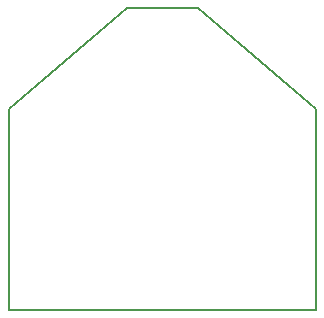
<source format=gm1>
G04 #@! TF.FileFunction,Profile,NP*
%FSLAX46Y46*%
G04 Gerber Fmt 4.6, Leading zero omitted, Abs format (unit mm)*
G04 Created by KiCad (PCBNEW 4.0.6-e0-6349~52~ubuntu16.10.1) date Thu Nov 30 13:26:54 2017*
%MOMM*%
%LPD*%
G01*
G04 APERTURE LIST*
%ADD10C,0.100000*%
%ADD11C,0.150000*%
G04 APERTURE END LIST*
D10*
D11*
X178000000Y-133000000D02*
X168000000Y-124500000D01*
X152000000Y-133000000D02*
X162000000Y-124500000D01*
X178000000Y-150000000D02*
X178000000Y-133000000D01*
X162000000Y-124500000D02*
X168000000Y-124500000D01*
X152000000Y-150000000D02*
X152000000Y-133000000D01*
X152000000Y-150000000D02*
X178000000Y-150000000D01*
M02*

</source>
